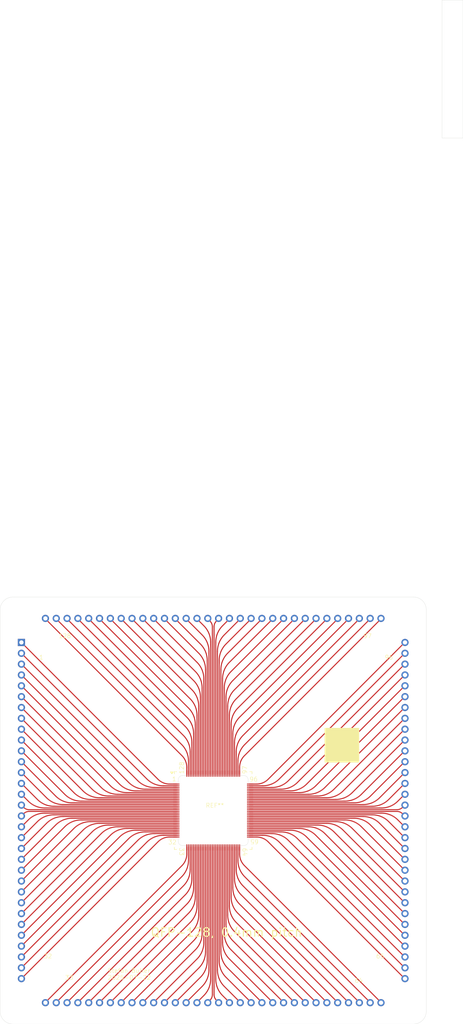
<source format=kicad_pcb>
(kicad_pcb (version 20241229) (generator "pcbnew") (generator_version "9.0")
  (layers (0 "F.Cu" signal) (2 "B.Cu" signal) (13 "F.Paste" user) (15 "B.Paste" user) (5 "F.SilkS" user "F.Silkscreen") (7 "B.SilkS" user "B.Silkscreen") (1 "F.Mask" user) (3 "B.Mask" user) (25 "Edge.Cuts" user))
  (net 0 "")
  (footprint "lqfp128_bridge:lqfp128_bridge" (layer "F.Cu") (at 109.8 100.3)
    (property "Reference" "REF**")
    (property "Value" "lqfp128_bridge")
    (fp_line (start -50 47) (end -50 -47) (stroke (width 0.05)) (layer "Edge.Cuts"))
    (fp_line (start -47 -50) (end 47 -50) (stroke (width 0.05)) (layer "Edge.Cuts"))
    (fp_line (start -8.2 7.2) (end -8.2 -7.2) (stroke (width 0.05)) (layer "Edge.Cuts"))
    (fp_line (start -7.2 -8.2) (end 7.2 -8.2) (stroke (width 0.05)) (layer "Edge.Cuts"))
    (fp_line (start 7.2 8.2) (end -7.2 8.2) (stroke (width 0.05)) (layer "Edge.Cuts"))
    (fp_line (start 8.2 -7.2) (end 8.2 7.2) (stroke (width 0.05)) (layer "Edge.Cuts"))
    (fp_line (start 47 50) (end -47 50) (stroke (width 0.05)) (layer "Edge.Cuts"))
    (fp_line (start 50 -47) (end 50 47) (stroke (width 0.05)) (layer "Edge.Cuts"))
    (fp_arc (start -50 -47) (mid -49.12132 -49.12132) (end -47 -50) (stroke (width 0.05)) (layer "Edge.Cuts"))
    (fp_arc (start -47 50) (mid -49.12132 49.12132) (end -50 47) (stroke (width 0.05)) (layer "Edge.Cuts"))
    (fp_arc (start -8.2 -7.2) (mid -7.907107 -7.907107) (end -7.2 -8.2) (stroke (width 0.05)) (layer "Edge.Cuts"))
    (fp_arc (start -7.2 8.2) (mid -7.907107 7.907107) (end -8.2 7.2) (stroke (width 0.05)) (layer "Edge.Cuts"))
    (fp_arc (start 7.2 -8.2) (mid 7.907107 -7.907107) (end 8.2 -7.2) (stroke (width 0.05)) (layer "Edge.Cuts"))
    (fp_arc (start 8.2 7.2) (mid 7.907107 7.907107) (end 7.2 8.2) (stroke (width 0.05)) (layer "Edge.Cuts"))
    (fp_arc (start 47 -50) (mid 49.12132 -49.12132) (end 50 -47) (stroke (width 0.05)) (layer "Edge.Cuts"))
    (fp_arc (start 50 47) (mid 49.12132 49.12132) (end 47 50) (stroke (width 0.05)) (layer "Edge.Cuts"))
  )
  (gr_rect (start 136 81) (end 144 89) (stroke (width 0.1)) (fill yes) (layer "F.SilkS"))
  (gr_rect (start 163.5 -89.5) (end 168.4 -57.2) (stroke (width 0.05)) (fill no) (layer "Edge.Cuts"))
  (gr_text "128" (at 75 60 0) (layer "F.SilkS") (effects (font (size 1 1) (thickness 0.1)) (justify bottom)))
  (gr_text "65" (at 150 135 0) (layer "F.SilkS") (effects (font (size 1 1) (thickness 0.1)) (justify right bottom)))
  (gr_text "32" (at 70 135 0) (layer "F.SilkS") (effects (font (size 1 1) (thickness 0.1)) (justify left bottom)))
  (gr_text "Stefan Buller\n2025-07-22" (at 85 140 0) (layer "F.SilkS") (effects (font (size 1 1) (thickness 0.1)) (justify left bottom)))
  (gr_text "QFP-128, 0.4mm pitch" (at 95 130 0) (layer "F.SilkS") (effects (font (size 2 2) (thickness 0.25)) (justify left bottom)))
  (gr_text "33" (at 75 140 0) (layer "F.SilkS") (effects (font (size 1 1) (thickness 0.1)) (justify left bottom)))
  (gr_text "64" (at 145 140.7 0) (layer "F.SilkS") (effects (font (size 1 1) (thickness 0.1)) (justify right bottom)))
  (gr_text "1" (at 70 65 0) (layer "F.SilkS") (effects (font (size 1 1) (thickness 0.1)) (justify right bottom)))
  (gr_text "97" (at 145 60 0) (layer "F.SilkS") (effects (font (size 1 1) (thickness 0.1)) (justify left bottom)))
  (gr_text "96" (at 150 65 0) (layer "F.SilkS") (effects (font (size 1 1) (thickness 0.1)) (justify left bottom)))
  (segment (start 112.8 73.718963) (end 112.8 91.7525) (width 0.25) (layer "F.Cu") (net 0))
  (segment (start 125.301292 92.906207) (end 154.7375 63.47) (width 0.25) (layer "F.Cu") (net 0))
  (segment (start 107.2 129.073536) (end 107.2 108.9) (width 0.25) (layer "F.Cu") (net 0))
  (segment (start 98.083963 94.5) (end 101.1375 94.5) (width 0.25) (layer "F.Cu") (net 0))
  (segment (start 112.4 71.578963) (end 112.4 91.7525) (width 0.25) (layer "F.Cu") (net 0))
  (segment (start 77.116207 104.493792) (end 64.8 116.81) (width 0.25) (layer "F.Cu") (net 0))
  (segment (start 144.993536 98.9) (end 118.4 98.9) (width 0.25) (layer "F.Cu") (net 0))
  (segment (start 152.910895 100.1) (end 118.4 100.1) (width 0.25) (layer "F.Cu") (net 0))
  (segment (start 106.406207 137.201292) (end 98.37 145.2375) (width 0.25) (layer "F.Cu") (net 0))
  (segment (start 87.383963 104.1) (end 101.1375 104.1) (width 0.25) (layer "F.Cu") (net 0))
  (segment (start 115.593792 76.291207) (end 136.47 55.415) (width 0.25) (layer "F.Cu") (net 0))
  (segment (start 138.573536 97.7) (end 118.4 97.7) (width 0.25) (layer "F.Cu") (net 0))
  (segment (start 108.8 137.633536) (end 108.8 108.9) (width 0.25) (layer "F.Cu") (net 0))
  (segment (start 114.793792 128.641292) (end 131.39 145.2375) (width 0.25) (layer "F.Cu") (net 0))
  (segment (start 148.841292 103.293792) (end 154.7375 109.19) (width 0.25) (layer "F.Cu") (net 0))
  (segment (start 102.480119 113.18738) (end 70.43 145.2375) (width 0.25) (layer "F.Cu") (net 0))
  (segment (start 87.816207 94.106207) (end 64.8 71.09) (width 0.25) (layer "F.Cu") (net 0))
  (segment (start 110.535 55.95) (end 111.07 55.415) (width 0.25) (layer "F.Cu") (net 0))
  (segment (start 65.335 101.035) (end 64.8 101.57) (width 0.25) (layer "F.Cu") (net 0))
  (segment (start 96.850119 107.61988) (end 64.8 139.67) (width 0.25) (layer "F.Cu") (net 0))
  (segment (start 79.256207 104.893792) (end 64.8 119.35) (width 0.25) (layer "F.Cu") (net 0))
  (segment (start 111.993792 143.621292) (end 113.61 145.2375) (width 0.25) (layer "F.Cu") (net 0))
  (segment (start 130.013536 96.1) (end 118.4 96.1) (width 0.25) (layer "F.Cu") (net 0))
  (segment (start 89.523963 96.1) (end 101.1375 96.1) (width 0.25) (layer "F.Cu") (net 0))
  (segment (start 134.293536 96.9) (end 118.4 96.9) (width 0.25) (layer "F.Cu") (net 0))
  (segment (start 149.273536 100.9) (end 118.4 100.9) (width 0.25) (layer "F.Cu") (net 0))
  (segment (start 91.663963 95.7) (end 101.1375 95.7) (width 0.25) (layer "F.Cu") (net 0))
  (segment (start 142.421292 104.493792) (end 154.7375 116.81) (width 0.25) (layer "F.Cu") (net 0))
  (segment (start 89.956207 106.893792) (end 64.8 132.05) (width 0.25) (layer "F.Cu") (net 0))
  (segment (start 109.2 60.878963) (end 109.2 91.7525) (width 0.25) (layer "F.Cu") (net 0))
  (segment (start 106.006207 65.591207) (end 95.83 55.415) (width 0.25) (layer "F.Cu") (net 0))
  (segment (start 115.193792 74.151207) (end 133.93 55.415) (width 0.25) (layer "F.Cu") (net 0))
  (segment (start 111.6 67.298963) (end 111.6 91.7525) (width 0.25) (layer "F.Cu") (net 0))
  (segment (start 132.153536 96.5) (end 118.4 96.5) (width 0.25) (layer "F.Cu") (net 0))
  (segment (start 113.6 122.653536) (end 113.6 108.9) (width 0.25) (layer "F.Cu") (net 0))
  (segment (start 106.806207 61.311207) (end 100.91 55.415) (width 0.25) (layer "F.Cu") (net 0))
  (segment (start 110.4 139.773536) (end 110.4 108.9) (width 0.25) (layer "F.Cu") (net 0))
  (segment (start 132.153536 104.1) (end 118.4 104.1) (width 0.25) (layer "F.Cu") (net 0))
  (segment (start 85.676207 106.093792) (end 64.8 126.97) (width 0.25) (layer "F.Cu") (net 0))
  (segment (start 116.393792 80.571207) (end 141.55 55.415) (width 0.25) (layer "F.Cu") (net 0))
  (segment (start 112 131.213536) (end 112 108.9) (width 0.25) (layer "F.Cu") (net 0))
  (segment (start 102.480119 87.465119) (end 70.43 55.415) (width 0.25) (layer "F.Cu") (net 0))
  (segment (start 113.6 77.998963) (end 113.6 91.7525) (width 0.25) (layer "F.Cu") (net 0))
  (segment (start 107.206207 59.171207) (end 103.45 55.415) (width 0.25) (layer "F.Cu") (net 0))
  (segment (start 111.993792 57.031207) (end 113.61 55.415) (width 0.25) (layer "F.Cu") (net 0))
  (segment (start 114 120.513536) (end 114 108.9) (width 0.25) (layer "F.Cu") (net 0))
  (segment (start 115.993792 78.431207) (end 139.01 55.415) (width 0.25) (layer "F.Cu") (net 0))
  (segment (start 129.581292 93.706207) (end 154.7375 68.55) (width 0.25) (layer "F.Cu") (net 0))
  (segment (start 125.301292 107.693792) (end 154.7375 137.13) (width 0.25) (layer "F.Cu") (net 0))
  (segment (start 138.141292 105.293792) (end 154.7375 121.89) (width 0.25) (layer "F.Cu") (net 0))
  (segment (start 108.4 135.493536) (end 108.4 108.9) (width 0.25) (layer "F.Cu") (net 0))
  (segment (start 114.4 82.278963) (end 114.4 91.7525) (width 0.25) (layer "F.Cu") (net 0))
  (segment (start 150.981292 102.893792) (end 154.7375 106.65) (width 0.25) (layer "F.Cu") (net 0))
  (segment (start 106.4 124.793536) (end 106.4 108.9) (width 0.25) (layer "F.Cu") (net 0))
  (segment (start 102.806207 117.941292) (end 75.51 145.2375) (width 0.25) (layer "F.Cu") (net 0))
  (segment (start 70.263963 99.7) (end 101.1375 99.7) (width 0.25) (layer "F.Cu") (net 0))
  (segment (start 68.556207 102.893792) (end 64.8 106.65) (width 0.25) (layer "F.Cu") (net 0))
  (segment (start 144.561292 96.506207) (end 154.7375 86.33) (width 0.25) (layer "F.Cu") (net 0))
  (segment (start 109.6 143.410895) (end 109.6 108.9) (width 0.25) (layer "F.Cu") (net 0))
  (segment (start 105.2 118.373536) (end 105.2 108.9) (width 0.25) (layer "F.Cu") (net 0))
  (segment (start 114.393792 130.781292) (end 128.85 145.2375) (width 0.25) (layer "F.Cu") (net 0))
  (segment (start 81.396207 105.293792) (end 64.8 121.89) (width 0.25) (layer "F.Cu") (net 0))
  (segment (start 116 110.48375) (end 116 108.9) (width 0.25) (layer "F.Cu") (net 0))
  (segment (start 127.441292 93.306207) (end 154.7375 66.01) (width 0.25) (layer "F.Cu") (net 0))
  (segment (start 127.873536 104.9) (end 118.4 104.9) (width 0.25) (layer "F.Cu") (net 0))
  (segment (start 115.6 111.953536) (end 115.6 108.9) (width 0.25) (layer "F.Cu") (net 0))
  (segment (start 95.943963 94.9) (end 101.1375 94.9) (width 0.25) (layer "F.Cu") (net 0))
  (segment (start 77.116207 96.106207) (end 64.8 83.79) (width 0.25) (layer "F.Cu") (net 0))
  (segment (start 66.626604 100.5) (end 101.1375 100.5) (width 0.25) (layer "F.Cu") (net 0))
  (segment (start 70.696207 97.306207) (end 64.8 91.41) (width 0.25) (layer "F.Cu") (net 0))
  (segment (start 113.993792 132.921292) (end 126.31 145.2375) (width 0.25) (layer "F.Cu") (net 0))
  (segment (start 83.103963 97.3) (end 101.1375 97.3) (width 0.25) (layer "F.Cu") (net 0))
  (segment (start 68.556207 97.706207) (end 64.8 93.95) (width 0.25) (layer "F.Cu") (net 0))
  (segment (start 113.2 75.858963) (end 113.2 91.7525) (width 0.25) (layer "F.Cu") (net 0))
  (segment (start 116.793792 82.711207) (end 144.09 55.415) (width 0.25) (layer "F.Cu") (net 0))
  (segment (start 144.993536 101.7) (end 118.4 101.7) (width 0.25) (layer "F.Cu") (net 0))
  (segment (start 136.001292 105.693792) (end 154.7375 124.43) (width 0.25) (layer "F.Cu") (net 0))
  (segment (start 113.593792 135.061292) (end 123.77 145.2375) (width 0.25) (layer "F.Cu") (net 0))
  (segment (start 114.393792 69.871207) (end 128.85 55.415) (width 0.25) (layer "F.Cu") (net 0))
  (segment (start 106.8 73.718963) (end 106.8 91.7525) (width 0.25) (layer "F.Cu") (net 0))
  (segment (start 106.4 75.858963) (end 106.4 91.7525) (width 0.25) (layer "F.Cu") (net 0))
  (segment (start 72.403963 101.3) (end 101.1375 101.3) (width 0.25) (layer "F.Cu") (net 0))
  (segment (start 99.55375 106.5) (end 101.1375 106.5) (width 0.25) (layer "F.Cu") (net 0))
  (segment (start 81.396207 95.306207) (end 64.8 78.71) (width 0.25) (layer "F.Cu") (net 0))
  (segment (start 105.2 82.278963) (end 105.2 91.7525) (width 0.25) (layer "F.Cu") (net 0))
  (segment (start 148.841292 97.306207) (end 154.7375 91.41) (width 0.25) (layer "F.Cu") (net 0))
  (segment (start 142.853536 102.1) (end 118.4 102.1) (width 0.25) (layer "F.Cu") (net 0))
  (segment (start 72.836207 96.906207) (end 64.8 88.87) (width 0.25) (layer "F.Cu") (net 0))
  (segment (start 115.593792 124.361292) (end 136.47 145.2375) (width 0.25) (layer "F.Cu") (net 0))
  (segment (start 66.416207 102.493792) (end 64.8 104.11) (width 0.25) (layer "F.Cu") (net 0))
  (segment (start 109.065 55.95) (end 108.53 55.415) (width 0.25) (layer "F.Cu") (net 0))
  (segment (start 121.453536 106.1) (end 118.4 106.1) (width 0.25) (layer "F.Cu") (net 0))
  (segment (start 102.806207 82.711207) (end 75.51 55.415) (width 0.25) (layer "F.Cu") (net 0))
  (segment (start 87.816207 106.493792) (end 64.8 129.51) (width 0.25) (layer "F.Cu") (net 0))
  (segment (start 147.133536 99.3) (end 118.4 99.3) (width 0.25) (layer "F.Cu") (net 0))
  (segment (start 108.8 63.018963) (end 108.8 91.7525) (width 0.25) (layer "F.Cu") (net 0))
  (segment (start 111.2 135.493536) (end 111.2 108.9) (width 0.25) (layer "F.Cu") (net 0))
  (segment (start 114 80.138963) (end 114 91.7525) (width 0.25) (layer "F.Cu") (net 0))
  (segment (start 125.733536 105.3) (end 118.4 105.3) (width 0.25) (layer "F.Cu") (net 0))
  (segment (start 80.963963 97.7) (end 101.1375 97.7) (width 0.25) (layer "F.Cu") (net 0))
  (segment (start 106.406207 63.451207) (end 98.37 55.415) (width 0.25) (layer "F.Cu") (net 0))
  (segment (start 85.243963 96.9) (end 101.1375 96.9) (width 0.25) (layer "F.Cu") (net 0))
  (segment (start 107.606207 143.621292) (end 105.99 145.2375) (width 0.25) (layer "F.Cu") (net 0))
  (segment (start 136.433536 103.3) (end 118.4 103.3) (width 0.25) (layer "F.Cu") (net 0))
  (segment (start 104.406207 126.501292) (end 85.67 145.2375) (width 0.25) (layer "F.Cu") (net 0))
  (segment (start 111.6 133.353536) (end 111.6 108.9) (width 0.25) (layer "F.Cu") (net 0))
  (segment (start 117.11988 87.465119) (end 149.17 55.415) (width 0.25) (layer "F.Cu") (net 0))
  (segment (start 134.293536 103.7) (end 118.4 103.7) (width 0.25) (layer "F.Cu") (net 0))
  (segment (start 127.873536 95.7) (end 118.4 95.7) (width 0.25) (layer "F.Cu") (net 0))
  (segment (start 136.433536 97.3) (end 118.4 97.3) (width 0.25) (layer "F.Cu") (net 0))
  (segment (start 93.803963 95.3) (end 101.1375 95.3) (width 0.25) (layer "F.Cu") (net 0))
  (segment (start 83.103963 103.3) (end 101.1375 103.3) (width 0.25) (layer "F.Cu") (net 0))
  (segment (start 114.8 116.233536) (end 114.8 108.9) (width 0.25) (layer "F.Cu") (net 0))
  (segment (start 107.206207 141.481292) (end 103.45 145.2375) (width 0.25) (layer "F.Cu") (net 0))
  (segment (start 138.573536 102.9) (end 118.4 102.9) (width 0.25) (layer "F.Cu") (net 0))
  (segment (start 112.393792 59.171207) (end 116.15 55.415) (width 0.25) (layer "F.Cu") (net 0))
  (segment (start 110.535 144.7025) (end 111.07 145.2375) (width 0.25) (layer "F.Cu") (net 0))
  (segment (start 108 133.353536) (end 108 108.9) (width 0.25) (layer "F.Cu") (net 0))
  (segment (start 66.626604 100.1) (end 101.1375 100.1) (width 0.25) (layer "F.Cu") (net 0))
  (segment (start 107.6 131.213536) (end 107.6 108.9) (width 0.25) (layer "F.Cu") (net 0))
  (segment (start 144.561292 104.093792) (end 154.7375 114.27) (width 0.25) (layer "F.Cu") (net 0))
  (segment (start 112.793792 139.341292) (end 118.69 145.2375) (width 0.25) (layer "F.Cu") (net 0))
  (segment (start 140.713536 98.1) (end 118.4 98.1) (width 0.25) (layer "F.Cu") (net 0))
  (segment (start 109.6 57.241604) (end 109.6 91.7525) (width 0.25) (layer "F.Cu") (net 0))
  (segment (start 89.523963 104.5) (end 101.1375 104.5) (width 0.25) (layer "F.Cu") (net 0))
  (segment (start 111.2 65.158963) (end 111.2 91.7525) (width 0.25) (layer "F.Cu") (net 0))
  (segment (start 85.243963 103.7) (end 101.1375 103.7) (width 0.25) (layer "F.Cu") (net 0))
  (segment (start 104.8 84.418963) (end 104.8 91.7525) (width 0.25) (layer "F.Cu") (net 0))
  (segment (start 89.956207 93.706207) (end 64.8 68.55) (width 0.25) (layer "F.Cu") (net 0))
  (segment (start 153.121292 98.106207) (end 154.7375 96.49) (width 0.25) (layer "F.Cu") (net 0))
  (segment (start 125.733536 95.3) (end 118.4 95.3) (width 0.25) (layer "F.Cu") (net 0))
  (segment (start 113.993792 67.731207) (end 126.31 55.415) (width 0.25) (layer "F.Cu") (net 0))
  (segment (start 107.606207 57.031207) (end 105.99 55.415) (width 0.25) (layer "F.Cu") (net 0))
  (segment (start 117.11988 113.18738) (end 149.17 145.2375) (width 0.25) (layer "F.Cu") (net 0))
  (segment (start 105.6 80.138963) (end 105.6 91.7525) (width 0.25) (layer "F.Cu") (net 0))
  (segment (start 104.006207 76.291207) (end 83.13 55.415) (width 0.25) (layer "F.Cu") (net 0))
  (segment (start 153.121292 102.493792) (end 154.7375 104.11) (width 0.25) (layer "F.Cu") (net 0))
  (segment (start 65.335 99.565) (end 64.8 99.03) (width 0.25) (layer "F.Cu") (net 0))
  (segment (start 107.2 71.578963) (end 107.2 91.7525) (width 0.25) (layer "F.Cu") (net 0))
  (segment (start 102.406207 115.801292) (end 72.97 145.2375) (width 0.25) (layer "F.Cu") (net 0))
  (segment (start 130.013536 104.5) (end 118.4 104.5) (width 0.25) (layer "F.Cu") (net 0))
  (segment (start 114.8 84.418963) (end 114.8 91.7525) (width 0.25) (layer "F.Cu") (net 0))
  (segment (start 116.393792 120.081292) (end 141.55 145.2375) (width 0.25) (layer "F.Cu") (net 0))
  (segment (start 85.676207 94.506207) (end 64.8 73.63) (width 0.25) (layer "F.Cu") (net 0))
  (segment (start 74.543963 101.7) (end 101.1375 101.7) (width 0.25) (layer "F.Cu") (net 0))
  (segment (start 103.606207 78.431207) (end 80.59 55.415) (width 0.25) (layer "F.Cu") (net 0))
  (segment (start 116.793792 117.941292) (end 144.09 145.2375) (width 0.25) (layer "F.Cu") (net 0))
  (segment (start 115.193792 126.501292) (end 133.93 145.2375) (width 0.25) (layer "F.Cu") (net 0))
  (segment (start 117.193792 115.801292) (end 146.63 145.2375) (width 0.25) (layer "F.Cu") (net 0))
  (segment (start 107.6 69.438963) (end 107.6 91.7525) (width 0.25) (layer "F.Cu") (net 0))
  (segment (start 106 77.998963) (end 106 91.7525) (width 0.25) (layer "F.Cu") (net 0))
  (segment (start 104.806207 128.641292) (end 88.21 145.2375) (width 0.25) (layer "F.Cu") (net 0))
  (segment (start 94.236207 107.693792) (end 64.8 137.13) (width 0.25) (layer "F.Cu") (net 0))
  (segment (start 115.2 86.558963) (end 115.2 91.7525) (width 0.25) (layer "F.Cu") (net 0))
  (segment (start 78.823963 98.1) (end 101.1375 98.1) (width 0.25) (layer "F.Cu") (net 0))
  (segment (start 117.193792 84.851207) (end 146.63 55.415) (width 0.25) (layer "F.Cu") (net 0))
  (segment (start 106.806207 139.341292) (end 100.91 145.2375) (width 0.25) (layer "F.Cu") (net 0))
  (segment (start 104.8 116.233536) (end 104.8 108.9) (width 0.25) (layer "F.Cu") (net 0))
  (segment (start 109.2 139.773536) (end 109.2 108.9) (width 0.25) (layer "F.Cu") (net 0))
  (segment (start 113.193792 137.201292) (end 121.23 145.2375) (width 0.25) (layer "F.Cu") (net 0))
  (segment (start 114.4 118.373536) (end 114.4 108.9) (width 0.25) (layer "F.Cu") (net 0))
  (segment (start 104.4 114.093536) (end 104.4 108.9) (width 0.25) (layer "F.Cu") (net 0))
  (segment (start 112.4 129.073536) (end 112.4 108.9) (width 0.25) (layer "F.Cu") (net 0))
  (segment (start 95.943963 105.7) (end 101.1375 105.7) (width 0.25) (layer "F.Cu") (net 0))
  (segment (start 142.421292 96.106207) (end 154.7375 83.79) (width 0.25) (layer "F.Cu") (net 0))
  (segment (start 113.593792 65.591207) (end 123.77 55.415) (width 0.25) (layer "F.Cu") (net 0))
  (segment (start 103.6 90.16875) (end 103.6 91.7525) (width 0.25) (layer "F.Cu") (net 0))
  (segment (start 104 88.698963) (end 104 91.7525) (width 0.25) (layer "F.Cu") (net 0))
  (segment (start 104.806207 72.011207) (end 88.21 55.415) (width 0.25) (layer "F.Cu") (net 0))
  (segment (start 112.8 126.933536) (end 112.8 108.9) (width 0.25) (layer "F.Cu") (net 0))
  (segment (start 136.001292 94.906207) (end 154.7375 76.17) (width 0.25) (layer "F.Cu") (net 0))
  (segment (start 103.206207 80.571207) (end 78.05 55.415) (width 0.25) (layer "F.Cu") (net 0))
  (segment (start 74.543963 98.9) (end 101.1375 98.9) (width 0.25) (layer "F.Cu") (net 0))
  (segment (start 115.2 114.093536) (end 115.2 108.9) (width 0.25) (layer "F.Cu") (net 0))
  (segment (start 83.536207 105.693792) (end 64.8 124.43) (width 0.25) (layer "F.Cu") (net 0))
  (segment (start 150.981292 97.706207) (end 154.7375 93.95) (width 0.25) (layer "F.Cu") (net 0))
  (segment (start 76.683963 98.5) (end 101.1375 98.5) (width 0.25) (layer "F.Cu") (net 0))
  (segment (start 104 111.953536) (end 104 108.9) (width 0.25) (layer "F.Cu") (net 0))
  (segment (start 115.993792 122.221292) (end 139.01 145.2375) (width 0.25) (layer "F.Cu") (net 0))
  (segment (start 66.416207 98.106207) (end 64.8 96.49) (width 0.25) (layer "F.Cu") (net 0))
  (segment (start 114.793792 72.011207) (end 131.39 55.415) (width 0.25) (layer "F.Cu") (net 0))
  (segment (start 142.853536 98.5) (end 118.4 98.5) (width 0.25) (layer "F.Cu") (net 0))
  (segment (start 110 57.241604) (end 110 91.7525) (width 0.25) (layer "F.Cu") (net 0))
  (segment (start 92.096207 93.306207) (end 64.8 66.01) (width 0.25) (layer "F.Cu") (net 0))
  (segment (start 76.683963 102.1) (end 101.1375 102.1) (width 0.25) (layer "F.Cu") (net 0))
  (segment (start 74.976207 104.093792) (end 64.8 114.27) (width 0.25) (layer "F.Cu") (net 0))
  (segment (start 79.256207 95.706207) (end 64.8 81.25) (width 0.25) (layer "F.Cu") (net 0))
  (segment (start 113.2 124.793536) (end 113.2 108.9) (width 0.25) (layer "F.Cu") (net 0))
  (segment (start 112 69.438963) (end 112 91.7525) (width 0.25) (layer "F.Cu") (net 0))
  (segment (start 103.6 110.48375) (end 103.6 108.9) (width 0.25) (layer "F.Cu") (net 0))
  (segment (start 122.68738 107.61988) (end 154.7375 139.67) (width 0.25) (layer "F.Cu") (net 0))
  (segment (start 127.441292 107.293792) (end 154.7375 134.59) (width 0.25) (layer "F.Cu") (net 0))
  (segment (start 105.206207 130.781292) (end 90.75 145.2375) (width 0.25) (layer "F.Cu") (net 0))
  (segment (start 110.8 63.018963) (end 110.8 91.7525) (width 0.25) (layer "F.Cu") (net 0))
  (segment (start 154.2025 99.565) (end 154.7375 99.03) (width 0.25) (layer "F.Cu") (net 0))
  (segment (start 104.4 86.558963) (end 104.4 91.7525) (width 0.25) (layer "F.Cu") (net 0))
  (segment (start 154.2025 101.035) (end 154.7375 101.57) (width 0.25) (layer "F.Cu") (net 0))
  (segment (start 96.850119 92.980119) (end 64.8 60.93) (width 0.25) (layer "F.Cu") (net 0))
  (segment (start 110.8 137.633536) (end 110.8 108.9) (width 0.25) (layer "F.Cu") (net 0))
  (segment (start 131.721292 94.106207) (end 154.7375 71.09) (width 0.25) (layer "F.Cu") (net 0))
  (segment (start 74.976207 96.506207) (end 64.8 86.33) (width 0.25) (layer "F.Cu") (net 0))
  (segment (start 140.281292 95.706207) (end 154.7375 81.25) (width 0.25) (layer "F.Cu") (net 0))
  (segment (start 129.581292 106.893792) (end 154.7375 132.05) (width 0.25) (layer "F.Cu") (net 0))
  (segment (start 109.065 144.7025) (end 108.53 145.2375) (width 0.25) (layer "F.Cu") (net 0))
  (segment (start 138.141292 95.306207) (end 154.7375 78.71) (width 0.25) (layer "F.Cu") (net 0))
  (segment (start 115.6 88.698963) (end 115.6 91.7525) (width 0.25) (layer "F.Cu") (net 0))
  (segment (start 91.663963 104.9) (end 101.1375 104.9) (width 0.25) (layer "F.Cu") (net 0))
  (segment (start 103.206207 120.081292) (end 78.05 145.2375) (width 0.25) (layer "F.Cu") (net 0))
  (segment (start 102.406207 84.851207) (end 72.97 55.415) (width 0.25) (layer "F.Cu") (net 0))
  (segment (start 105.606207 132.921292) (end 93.29 145.2375) (width 0.25) (layer "F.Cu") (net 0))
  (segment (start 72.836207 103.693792) (end 64.8 111.73) (width 0.25) (layer "F.Cu") (net 0))
  (segment (start 87.383963 96.5) (end 101.1375 96.5) (width 0.25) (layer "F.Cu") (net 0))
  (segment (start 146.701292 103.693792) (end 154.7375 111.73) (width 0.25) (layer "F.Cu") (net 0))
  (segment (start 106 122.653536) (end 106 108.9) (width 0.25) (layer "F.Cu") (net 0))
  (segment (start 149.273536 99.7) (end 118.4 99.7) (width 0.25) (layer "F.Cu") (net 0))
  (segment (start 152.910895 100.5) (end 118.4 100.5) (width 0.25) (layer "F.Cu") (net 0))
  (segment (start 80.963963 102.9) (end 101.1375 102.9) (width 0.25) (layer "F.Cu") (net 0))
  (segment (start 110.4 60.878963) (end 110.4 91.7525) (width 0.25) (layer "F.Cu") (net 0))
  (segment (start 122.68738 92.980119) (end 154.7375 60.93) (width 0.25) (layer "F.Cu") (net 0))
  (segment (start 123.593536 94.9) (end 118.4 94.9) (width 0.25) (layer "F.Cu") (net 0))
  (segment (start 106.8 126.933536) (end 106.8 108.9) (width 0.25) (layer "F.Cu") (net 0))
  (segment (start 94.236207 92.906207) (end 64.8 63.47) (width 0.25) (layer "F.Cu") (net 0))
  (segment (start 108 67.298963) (end 108 91.7525) (width 0.25) (layer "F.Cu") (net 0))
  (segment (start 140.713536 102.5) (end 118.4 102.5) (width 0.25) (layer "F.Cu") (net 0))
  (segment (start 105.6 120.513536) (end 105.6 108.9) (width 0.25) (layer "F.Cu") (net 0))
  (segment (start 99.55375 94.1) (end 101.1375 94.1) (width 0.25) (layer "F.Cu") (net 0))
  (segment (start 146.701292 96.906207) (end 154.7375 88.87) (width 0.25) (layer "F.Cu") (net 0))
  (segment (start 103.606207 122.221292) (end 80.59 145.2375) (width 0.25) (layer "F.Cu") (net 0))
  (segment (start 106.006207 135.061292) (end 95.83 145.2375) (width 0.25) (layer "F.Cu") (net 0))
  (segment (start 116 90.16875) (end 116 91.7525) (width 0.25) (layer "F.Cu") (net 0))
  (segment (start 70.263963 100.9) (end 101.1375 100.9) (width 0.25) (layer "F.Cu") (net 0))
  (segment (start 133.861292 106.093792) (end 154.7375 126.97) (width 0.25) (layer "F.Cu") (net 0))
  (segment (start 133.861292 94.506207) (end 154.7375 73.63) (width 0.25) (layer "F.Cu") (net 0))
  (segment (start 140.281292 104.893792) (end 154.7375 119.35) (width 0.25) (layer "F.Cu") (net 0))
  (segment (start 112.793792 61.311207) (end 118.69 55.415) (width 0.25) (layer "F.Cu") (net 0))
  (segment (start 110 143.410895) (end 110 108.9) (width 0.25) (layer "F.Cu") (net 0))
  (segment (start 112.393792 141.481292) (end 116.15 145.2375) (width 0.25) (layer "F.Cu") (net 0))
  (segment (start 92.096207 107.293792) (end 64.8 134.59) (width 0.25) (layer "F.Cu") (net 0))
  (segment (start 104.006207 124.361292) (end 83.13 145.2375) (width 0.25) (layer "F.Cu") (net 0))
  (segment (start 78.823963 102.5) (end 101.1375 102.5) (width 0.25) (layer "F.Cu") (net 0))
  (segment (start 70.696207 103.293792) (end 64.8 109.19) (width 0.25) (layer "F.Cu") (net 0))
  (segment (start 98.083963 106.1) (end 101.1375 106.1) (width 0.25) (layer "F.Cu") (net 0))
  (segment (start 72.403963 99.3) (end 101.1375 99.3) (width 0.25) (layer "F.Cu") (net 0))
  (segment (start 108.4 65.158963) (end 108.4 91.7525) (width 0.25) (layer "F.Cu") (net 0))
  (segment (start 121.453536 94.5) (end 118.4 94.5) (width 0.25) (layer "F.Cu") (net 0))
  (segment (start 105.606207 67.731207) (end 93.29 55.415) (width 0.25) (layer "F.Cu") (net 0))
  (segment (start 131.721292 106.493792) (end 154.7375 129.51) (width 0.25) (layer "F.Cu") (net 0))
  (segment (start 105.206207 69.871207) (end 90.75 55.415) (width 0.25) (layer "F.Cu") (net 0))
  (segment (start 119.98375 94.1) (end 118.4 94.1) (width 0.25) (layer "F.Cu") (net 0))
  (segment (start 83.536207 94.906207) (end 64.8 76.17) (width 0.25) (layer "F.Cu") (net 0))
  (segment (start 93.803963 105.3) (end 101.1375 105.3) (width 0.25) (layer "F.Cu") (net 0))
  (segment (start 147.133536 101.3) (end 118.4 101.3) (width 0.25) (layer "F.Cu") (net 0))
  (segment (start 113.193792 63.451207) (end 121.23 55.415) (width 0.25) (layer "F.Cu") (net 0))
  (segment (start 119.98375 106.5) (end 118.4 106.5) (width 0.25) (layer "F.Cu") (net 0))
  (segment (start 123.593536 105.7) (end 118.4 105.7) (width 0.25) (layer "F.Cu") (net 0))
  (segment (start 104.406207 74.151207) (end 85.67 55.415) (width 0.25) (layer "F.Cu") (net 0))
  (arc (start 148.841292 103.293792) (mid 147.075926 102.114213) (end 144.993536 101.7) (width 0.25) (layer "F.Cu") (net 0))
  (arc (start 108 133.353536) (mid 107.585786 135.435926) (end 106.406207 137.201292) (width 0.25) (layer "F.Cu") (net 0))
  (arc (start 150.981292 102.893792) (mid 149.215926 101.714213) (end 147.133536 101.3) (width 0.25) (layer "F.Cu") (net 0))
  (arc (start 83.103963 103.3) (mid 81.021572 103.714213) (end 79.256207 104.893792) (width 0.25) (layer "F.Cu") (net 0))
  (arc (start 85.676207 94.506207) (mid 87.441572 95.685786) (end 89.523963 96.1) (width 0.25) (layer "F.Cu") (net 0))
  (arc (start 107.606207 57.031207) (mid 108.785786 58.796572) (end 109.2 60.878963) (width 0.25) (layer "F.Cu") (net 0))
  (arc (start 74.543963 101.7) (mid 72.461572 102.114213) (end 70.696207 103.293792) (width 0.25) (layer "F.Cu") (net 0))
  (arc (start 144.561292 96.506207) (mid 142.795926 97.685786) (end 140.713536 98.1) (width 0.25) (layer "F.Cu") (net 0))
  (arc (start 150.981292 97.706207) (mid 149.215926 98.885786) (end 147.133536 99.3) (width 0.25) (layer "F.Cu") (net 0))
  (arc (start 98.083963 106.1) (mid 96.001572 106.514213) (end 94.236207 107.693792) (width 0.25) (layer "F.Cu") (net 0))
  (arc (start 106.006207 65.591207) (mid 107.185786 67.356572) (end 107.6 69.438963) (width 0.25) (layer "F.Cu") (net 0))
  (arc (start 131.721292 94.106207) (mid 129.955926 95.285786) (end 127.873536 95.7) (width 0.25) (layer "F.Cu") (net 0))
  (arc (start 81.396207 95.306207) (mid 83.161572 96.485786) (end 85.243963 96.9) (width 0.25) (layer "F.Cu") (net 0))
  (arc (start 129.581292 93.706207) (mid 127.815926 94.885786) (end 125.733536 95.3) (width 0.25) (layer "F.Cu") (net 0))
  (arc (start 108.4 135.493536) (mid 107.985786 137.575926) (end 106.806207 139.341292) (width 0.25) (layer "F.Cu") (net 0))
  (arc (start 104.806207 72.011207) (mid 105.985786 73.776572) (end 106.4 75.858963) (width 0.25) (layer "F.Cu") (net 0))
  (arc (start 99.55375 106.5) (mid 98.090555 106.791047) (end 96.850119 107.61988) (width 0.25) (layer "F.Cu") (net 0))
  (arc (start 125.301292 92.906207) (mid 123.535926 94.085786) (end 121.453536 94.5) (width 0.25) (layer "F.Cu") (net 0))
  (arc (start 106 122.653536) (mid 105.585786 124.735926) (end 104.406207 126.501292) (width 0.25) (layer "F.Cu") (net 0))
  (arc (start 111.6 133.353536) (mid 112.014213 135.435926) (end 113.193792 137.201292) (width 0.25) (layer "F.Cu") (net 0))
  (arc (start 105.206207 69.871207) (mid 106.385786 71.636572) (end 106.8 73.718963) (width 0.25) (layer "F.Cu") (net 0))
  (arc (start 112.8 126.933536) (mid 113.214213 129.015926) (end 114.393792 130.781292) (width 0.25) (layer "F.Cu") (net 0))
  (arc (start 93.803963 105.3) (mid 91.721572 105.714213) (end 89.956207 106.893792) (width 0.25) (layer "F.Cu") (net 0))
  (arc (start 114.793792 72.011207) (mid 113.614213 73.776572) (end 113.2 75.858963) (width 0.25) (layer "F.Cu") (net 0))
  (arc (start 83.536207 94.906207) (mid 85.301572 96.085786) (end 87.383963 96.5) (width 0.25) (layer "F.Cu") (net 0))
  (arc (start 87.383963 104.1) (mid 85.301572 104.514213) (end 83.536207 105.693792) (width 0.25) (layer "F.Cu") (net 0))
  (arc (start 117.193792 84.851207) (mid 116.014213 86.616572) (end 115.6 88.698963) (width 0.25) (layer "F.Cu") (net 0))
  (arc (start 109.2 139.773536) (mid 108.785786 141.855926) (end 107.606207 143.621292) (width 0.25) (layer "F.Cu") (net 0))
  (arc (start 142.421292 104.493792) (mid 140.655926 103.314213) (end 138.573536 102.9) (width 0.25) (layer "F.Cu") (net 0))
  (arc (start 102.406207 84.851207) (mid 103.585786 86.616572) (end 104 88.698963) (width 0.25) (layer "F.Cu") (net 0))
  (arc (start 102.806207 82.711207) (mid 103.985786 84.476572) (end 104.4 86.558963) (width 0.25) (layer "F.Cu") (net 0))
  (arc (start 103.6 110.48375) (mid 103.308952 111.946944) (end 102.480119 113.18738) (width 0.25) (layer "F.Cu") (net 0))
  (arc (start 105.606207 67.731207) (mid 106.785786 69.496572) (end 107.2 71.578963) (width 0.25) (layer "F.Cu") (net 0))
  (arc (start 107.2 129.073536) (mid 106.785786 131.155926) (end 105.606207 132.921292) (width 0.25) (layer "F.Cu") (net 0))
  (arc (start 140.281292 104.893792) (mid 138.515926 103.714213) (end 136.433536 103.3) (width 0.25) (layer "F.Cu") (net 0))
  (arc (start 91.663963 104.9) (mid 89.581572 105.314213) (end 87.816207 106.493792) (width 0.25) (layer "F.Cu") (net 0))
  (arc (start 96.850119 92.980119) (mid 98.090555 93.808952) (end 99.55375 94.1) (width 0.25) (layer "F.Cu") (net 0))
  (arc (start 66.626604 100.5) (mid 65.927593 100.639041) (end 65.335 101.035) (width 0.25) (layer "F.Cu") (net 0))
  (arc (start 109.6 143.410895) (mid 109.460958 144.109906) (end 109.065 144.7025) (width 0.25) (layer "F.Cu") (net 0))
  (arc (start 92.096207 93.306207) (mid 93.861572 94.485786) (end 95.943963 94.9) (width 0.25) (layer "F.Cu") (net 0))
  (arc (start 138.141292 105.293792) (mid 136.375926 104.114213) (end 134.293536 103.7) (width 0.25) (layer "F.Cu") (net 0))
  (arc (start 89.956207 93.706207) (mid 91.721572 94.885786) (end 93.803963 95.3) (width 0.25) (layer "F.Cu") (net 0))
  (arc (start 113.993792 67.731207) (mid 112.814213 69.496572) (end 112.4 71.578963) (width 0.25) (layer "F.Cu") (net 0))
  (arc (start 107.6 131.213536) (mid 107.185786 133.295926) (end 106.006207 135.061292) (width 0.25) (layer "F.Cu") (net 0))
  (arc (start 76.683963 102.1) (mid 74.601572 102.514213) (end 72.836207 103.693792) (width 0.25) (layer "F.Cu") (net 0))
  (arc (start 110.535 55.95) (mid 110.139041 56.542593) (end 110 57.241604) (width 0.25) (layer "F.Cu") (net 0))
  (arc (start 154.2025 101.035) (mid 153.609906 100.639041) (end 152.910895 100.5) (width 0.25) (layer "F.Cu") (net 0))
  (arc (start 80.963963 102.9) (mid 78.881572 103.314213) (end 77.116207 104.493792) (width 0.25) (layer "F.Cu") (net 0))
  (arc (start 114.4 118.373536) (mid 114.814213 120.455926) (end 115.993792 122.221292) (width 0.25) (layer "F.Cu") (net 0))
  (arc (start 131.721292 106.493792) (mid 129.955926 105.314213) (end 127.873536 104.9) (width 0.25) (layer "F.Cu") (net 0))
  (arc (start 109.065 55.95) (mid 109.460958 56.542593) (end 109.6 57.241604) (width 0.25) (layer "F.Cu") (net 0))
  (arc (start 70.696207 97.306207) (mid 72.461572 98.485786) (end 74.543963 98.9) (width 0.25) (layer "F.Cu") (net 0))
  (arc (start 111.2 135.493536) (mid 111.614213 137.575926) (end 112.793792 139.341292) (width 0.25) (layer "F.Cu") (net 0))
  (arc (start 112.793792 61.311207) (mid 111.614213 63.076572) (end 111.2 65.158963) (width 0.25) (layer "F.Cu") (net 0))
  (arc (start 129.581292 106.893792) (mid 127.815926 105.714213) (end 125.733536 105.3) (width 0.25) (layer "F.Cu") (net 0))
  (arc (start 144.561292 104.093792) (mid 142.795926 102.914213) (end 140.713536 102.5) (width 0.25) (layer "F.Cu") (net 0))
  (arc (start 110.4 139.773536) (mid 110.814213 141.855926) (end 111.993792 143.621292) (width 0.25) (layer "F.Cu") (net 0))
  (arc (start 114 120.513536) (mid 114.414213 122.595926) (end 115.593792 124.361292) (width 0.25) (layer "F.Cu") (net 0))
  (arc (start 106.4 124.793536) (mid 105.985786 126.875926) (end 104.806207 128.641292) (width 0.25) (layer "F.Cu") (net 0))
  (arc (start 95.943963 105.7) (mid 93.861572 106.114213) (end 92.096207 107.293792) (width 0.25) (layer "F.Cu") (net 0))
  (arc (start 113.193792 63.451207) (mid 112.014213 65.216572) (end 111.6 67.298963) (width 0.25) (layer "F.Cu") (net 0))
  (arc (start 87.816207 94.106207) (mid 89.581572 95.285786) (end 91.663963 95.7) (width 0.25) (layer "F.Cu") (net 0))
  (arc (start 153.121292 102.493792) (mid 151.355926 101.314213) (end 149.273536 100.9) (width 0.25) (layer "F.Cu") (net 0))
  (arc (start 72.836207 96.906207) (mid 74.601572 98.085786) (end 76.683963 98.5) (width 0.25) (layer "F.Cu") (net 0))
  (arc (start 138.141292 95.306207) (mid 136.375926 96.485786) (end 134.293536 96.9) (width 0.25) (layer "F.Cu") (net 0))
  (arc (start 113.593792 65.591207) (mid 112.414213 67.356572) (end 112 69.438963) (width 0.25) (layer "F.Cu") (net 0))
  (arc (start 104 111.953536) (mid 103.585786 114.035926) (end 102.406207 115.801292) (width 0.25) (layer "F.Cu") (net 0))
  (arc (start 136.001292 94.906207) (mid 134.235926 96.085786) (end 132.153536 96.5) (width 0.25) (layer "F.Cu") (net 0))
  (arc (start 103.606207 78.431207) (mid 104.785786 80.196572) (end 105.2 82.278963) (width 0.25) (layer "F.Cu") (net 0))
  (arc (start 74.976207 96.506207) (mid 76.741572 97.685786) (end 78.823963 98.1) (width 0.25) (layer "F.Cu") (net 0))
  (arc (start 122.68738 107.61988) (mid 121.446944 106.791047) (end 119.98375 106.5) (width 0.25) (layer "F.Cu") (net 0))
  (arc (start 115.6 111.953536) (mid 116.014213 114.035926) (end 117.193792 115.801292) (width 0.25) (layer "F.Cu") (net 0))
  (arc (start 104.406207 74.151207) (mid 105.585786 75.916572) (end 106 77.998963) (width 0.25) (layer "F.Cu") (net 0))
  (arc (start 153.121292 98.106207) (mid 151.355926 99.285786) (end 149.273536 99.7) (width 0.25) (layer "F.Cu") (net 0))
  (arc (start 115.593792 76.291207) (mid 114.414213 78.056572) (end 114 80.138963) (width 0.25) (layer "F.Cu") (net 0))
  (arc (start 94.236207 92.906207) (mid 96.001572 94.085786) (end 98.083963 94.5) (width 0.25) (layer "F.Cu") (net 0))
  (arc (start 107.206207 59.171207) (mid 108.385786 60.936572) (end 108.8 63.018963) (width 0.25) (layer "F.Cu") (net 0))
  (arc (start 154.2025 99.565) (mid 153.609906 99.960958) (end 152.910895 100.1) (width 0.25) (layer "F.Cu") (net 0))
  (arc (start 103.206207 80.571207) (mid 104.385786 82.336572) (end 104.8 84.418963) (width 0.25) (layer "F.Cu") (net 0))
  (arc (start 112.4 129.073536) (mid 112.814213 131.155926) (end 113.993792 132.921292) (width 0.25) (layer "F.Cu") (net 0))
  (arc (start 140.281292 95.706207) (mid 138.515926 96.885786) (end 136.433536 97.3) (width 0.25) (layer "F.Cu") (net 0))
  (arc (start 65.335 99.565) (mid 65.927593 99.960958) (end 66.626604 100.1) (width 0.25) (layer "F.Cu") (net 0))
  (arc (start 125.301292 107.693792) (mid 123.535926 106.514213) (end 121.453536 106.1) (width 0.25) (layer "F.Cu") (net 0))
  (arc (start 114.393792 69.871207) (mid 113.214213 71.636572) (end 112.8 73.718963) (width 0.25) (layer "F.Cu") (net 0))
  (arc (start 104.006207 76.291207) (mid 105.185786 78.056572) (end 105.6 80.138963) (width 0.25) (layer "F.Cu") (net 0))
  (arc (start 111.993792 57.031207) (mid 110.814213 58.796572) (end 110.4 60.878963) (width 0.25) (layer "F.Cu") (net 0))
  (arc (start 127.441292 107.293792) (mid 125.675926 106.114213) (end 123.593536 105.7) (width 0.25) (layer "F.Cu") (net 0))
  (arc (start 117.11988 87.465119) (mid 116.291047 88.705555) (end 116 90.16875) (width 0.25) (layer "F.Cu") (net 0))
  (arc (start 148.841292 97.306207) (mid 147.075926 98.485786) (end 144.993536 98.9) (width 0.25) (layer "F.Cu") (net 0))
  (arc (start 106.8 126.933536) (mid 106.385786 129.015926) (end 105.206207 130.781292) (width 0.25) (layer "F.Cu") (net 0))
  (arc (start 114.8 116.233536) (mid 115.214213 118.315926) (end 116.393792 120.081292) (width 0.25) (layer "F.Cu") (net 0))
  (arc (start 142.421292 96.106207) (mid 140.655926 97.285786) (end 138.573536 97.7) (width 0.25) (layer "F.Cu") (net 0))
  (arc (start 105.6 120.513536) (mid 105.185786 122.595926) (end 104.006207 124.361292) (width 0.25) (layer "F.Cu") (net 0))
  (arc (start 113.6 122.653536) (mid 114.014213 124.735926) (end 115.193792 126.501292) (width 0.25) (layer "F.Cu") (net 0))
  (arc (start 70.263963 100.9) (mid 68.181572 101.314213) (end 66.416207 102.493792) (width 0.25) (layer "F.Cu") (net 0))
  (arc (start 115.193792 74.151207) (mid 114.014213 75.916572) (end 113.6 77.998963) (width 0.25) (layer "F.Cu") (net 0))
  (arc (start 127.441292 93.306207) (mid 125.675926 94.485786) (end 123.593536 94.9) (width 0.25) (layer "F.Cu") (net 0))
  (arc (start 104.4 114.093536) (mid 103.985786 116.175926) (end 102.806207 117.941292) (width 0.25) (layer "F.Cu") (net 0))
  (arc (start 106.806207 61.311207) (mid 107.985786 63.076572) (end 108.4 65.158963) (width 0.25) (layer "F.Cu") (net 0))
  (arc (start 112.393792 59.171207) (mid 111.214213 60.936572) (end 110.8 63.018963) (width 0.25) (layer "F.Cu") (net 0))
  (arc (start 116.393792 80.571207) (mid 115.214213 82.336572) (end 114.8 84.418963) (width 0.25) (layer "F.Cu") (net 0))
  (arc (start 79.256207 95.706207) (mid 81.021572 96.885786) (end 83.103963 97.3) (width 0.25) (layer "F.Cu") (net 0))
  (arc (start 115.2 114.093536) (mid 115.614213 116.175926) (end 116.793792 117.941292) (width 0.25) (layer "F.Cu") (net 0))
  (arc (start 66.416207 98.106207) (mid 68.181572 99.285786) (end 70.263963 99.7) (width 0.25) (layer "F.Cu") (net 0))
  (arc (start 106.406207 63.451207) (mid 107.585786 65.216572) (end 108 67.298963) (width 0.25) (layer "F.Cu") (net 0))
  (arc (start 113.2 124.793536) (mid 113.614213 126.875926) (end 114.793792 128.641292) (width 0.25) (layer "F.Cu") (net 0))
  (arc (start 72.403963 101.3) (mid 70.321572 101.714213) (end 68.556207 102.893792) (width 0.25) (layer "F.Cu") (net 0))
  (arc (start 116 110.48375) (mid 116.291047 111.946944) (end 117.11988 113.18738) (width 0.25) (layer "F.Cu") (net 0))
  (arc (start 122.68738 92.980119) (mid 121.446944 93.808952) (end 119.98375 94.1) (width 0.25) (layer "F.Cu") (net 0))
  (arc (start 85.243963 103.7) (mid 83.161572 104.114213) (end 81.396207 105.293792) (width 0.25) (layer "F.Cu") (net 0))
  (arc (start 102.480119 87.465119) (mid 103.308952 88.705555) (end 103.6 90.16875) (width 0.25) (layer "F.Cu") (net 0))
  (arc (start 110 143.410895) (mid 110.139041 144.109906) (end 110.535 144.7025) (width 0.25) (layer "F.Cu") (net 0))
  (arc (start 115.993792 78.431207) (mid 114.814213 80.196572) (end 114.4 82.278963) (width 0.25) (layer "F.Cu") (net 0))
  (arc (start 108.8 137.633536) (mid 108.385786 139.715926) (end 107.206207 141.481292) (width 0.25) (layer "F.Cu") (net 0))
  (arc (start 146.701292 96.906207) (mid 144.935926 98.085786) (end 142.853536 98.5) (width 0.25) (layer "F.Cu") (net 0))
  (arc (start 78.823963 102.5) (mid 76.741572 102.914213) (end 74.976207 104.093792) (width 0.25) (layer "F.Cu") (net 0))
  (arc (start 68.556207 97.706207) (mid 70.321572 98.885786) (end 72.403963 99.3) (width 0.25) (layer "F.Cu") (net 0))
  (arc (start 112 131.213536) (mid 112.414213 133.295926) (end 113.593792 135.061292) (width 0.25) (layer "F.Cu") (net 0))
  (arc (start 105.2 118.373536) (mid 104.785786 120.455926) (end 103.606207 122.221292) (width 0.25) (layer "F.Cu") (net 0))
  (arc (start 77.116207 96.106207) (mid 78.881572 97.285786) (end 80.963963 97.7) (width 0.25) (layer "F.Cu") (net 0))
  (arc (start 89.523963 104.5) (mid 87.441572 104.914213) (end 85.676207 106.093792) (width 0.25) (layer "F.Cu") (net 0))
  (arc (start 110.8 137.633536) (mid 111.214213 139.715926) (end 112.393792 141.481292) (width 0.25) (layer "F.Cu") (net 0))
  (arc (start 133.861292 94.506207) (mid 132.095926 95.685786) (end 130.013536 96.1) (width 0.25) (layer "F.Cu") (net 0))
  (arc (start 136.001292 105.693792) (mid 134.235926 104.514213) (end 132.153536 104.1) (width 0.25) (layer "F.Cu") (net 0))
  (arc (start 133.861292 106.093792) (mid 132.095926 104.914213) (end 130.013536 104.5) (width 0.25) (layer "F.Cu") (net 0))
  (arc (start 146.701292 103.693792) (mid 144.935926 102.514213) (end 142.853536 102.1) (width 0.25) (layer "F.Cu") (net 0))
  (arc (start 116.793792 82.711207) (mid 115.614213 84.476572) (end 115.2 86.558963) (width 0.25) (layer "F.Cu") (net 0))
  (arc (start 104.8 116.233536) (mid 104.385786 118.315926) (end 103.206207 120.081292) (width 0.25) (layer "F.Cu") (net 0))
)
</source>
